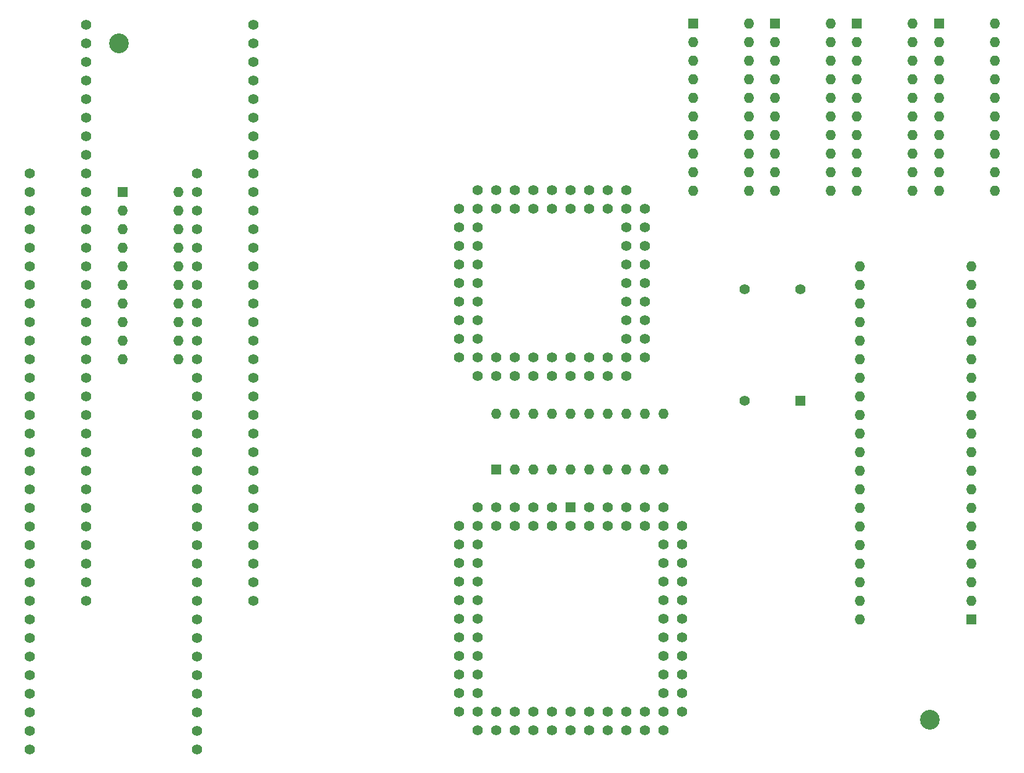
<source format=gbr>
%TF.GenerationSoftware,KiCad,Pcbnew,(5.1.12)-1*%
%TF.CreationDate,2022-10-26T16:15:57+02:00*%
%TF.ProjectId,dueottosei,6475656f-7474-46f7-9365-692e6b696361,rev?*%
%TF.SameCoordinates,Original*%
%TF.FileFunction,Soldermask,Bot*%
%TF.FilePolarity,Negative*%
%FSLAX46Y46*%
G04 Gerber Fmt 4.6, Leading zero omitted, Abs format (unit mm)*
G04 Created by KiCad (PCBNEW (5.1.12)-1) date 2022-10-26 16:15:57*
%MOMM*%
%LPD*%
G01*
G04 APERTURE LIST*
%ADD10R,1.400000X1.400000*%
%ADD11O,1.400000X1.400000*%
%ADD12C,1.422400*%
%ADD13C,2.700000*%
%ADD14C,1.400000*%
%ADD15R,1.422400X1.422400*%
G04 APERTURE END LIST*
D10*
%TO.C,U14*%
X214890000Y-121820000D03*
D11*
X199650000Y-73560000D03*
X214890000Y-119280000D03*
X199650000Y-76100000D03*
X214890000Y-116740000D03*
X199650000Y-78640000D03*
X214890000Y-114200000D03*
X199650000Y-81180000D03*
X214890000Y-111660000D03*
X199650000Y-83720000D03*
X214890000Y-109120000D03*
X199650000Y-86260000D03*
X214890000Y-106580000D03*
X199650000Y-88800000D03*
X214890000Y-104040000D03*
X199650000Y-91340000D03*
X214890000Y-101500000D03*
X199650000Y-93880000D03*
X214890000Y-98960000D03*
X199650000Y-96420000D03*
X214890000Y-96420000D03*
X199650000Y-98960000D03*
X214890000Y-93880000D03*
X199650000Y-101500000D03*
X214890000Y-91340000D03*
X199650000Y-104040000D03*
X214890000Y-88800000D03*
X199650000Y-106580000D03*
X214890000Y-86260000D03*
X199650000Y-109120000D03*
X214890000Y-83720000D03*
X199650000Y-111660000D03*
X214890000Y-81180000D03*
X199650000Y-114200000D03*
X214890000Y-78640000D03*
X199650000Y-116740000D03*
X214890000Y-76100000D03*
X199650000Y-119280000D03*
X214890000Y-73560000D03*
X199650000Y-121820000D03*
%TD*%
D12*
%TO.C,U13*%
X157550000Y-86010000D03*
X160090000Y-86010000D03*
X162630000Y-86010000D03*
X165170000Y-86010000D03*
X155010000Y-86010000D03*
X152470000Y-86010000D03*
X149930000Y-86010000D03*
X147390000Y-86010000D03*
X157550000Y-88550000D03*
X160090000Y-88550000D03*
X162630000Y-88550000D03*
X165170000Y-88550000D03*
X167710000Y-88550000D03*
X155010000Y-88550000D03*
X152470000Y-88550000D03*
X149930000Y-88550000D03*
X167710000Y-86010000D03*
X167710000Y-83470000D03*
X167710000Y-80930000D03*
X167710000Y-78390000D03*
X167710000Y-75850000D03*
X167710000Y-73310000D03*
X167710000Y-70770000D03*
X167710000Y-68230000D03*
X170250000Y-86010000D03*
X170250000Y-83470000D03*
X170250000Y-80930000D03*
X170250000Y-78390000D03*
X170250000Y-75850000D03*
X170250000Y-73310000D03*
X170250000Y-70770000D03*
X170250000Y-68230000D03*
X170250000Y-65690000D03*
X167710000Y-65690000D03*
X165170000Y-65690000D03*
X162630000Y-65690000D03*
X160090000Y-65690000D03*
X157550000Y-65690000D03*
X155010000Y-65690000D03*
X152470000Y-65690000D03*
X149930000Y-65690000D03*
X144850000Y-65690000D03*
X167710000Y-63150000D03*
X165170000Y-63150000D03*
X162630000Y-63150000D03*
X160090000Y-63150000D03*
X157550000Y-63150000D03*
X155010000Y-63150000D03*
X152470000Y-63150000D03*
X149930000Y-63150000D03*
X147390000Y-63150000D03*
X147390000Y-65690000D03*
X147390000Y-68230000D03*
X147390000Y-70770000D03*
X147390000Y-73310000D03*
X147390000Y-75850000D03*
X147390000Y-78390000D03*
X147390000Y-80930000D03*
X147390000Y-83470000D03*
X147390000Y-88550000D03*
X144850000Y-68230000D03*
X144850000Y-70770000D03*
X144850000Y-73310000D03*
X144850000Y-75850000D03*
X144850000Y-78390000D03*
X144850000Y-80930000D03*
X144850000Y-83470000D03*
X144850000Y-86010000D03*
%TD*%
D13*
%TO.C,REF1*%
X209230000Y-135540000D03*
%TD*%
%TO.C,REF2*%
X98350000Y-43050000D03*
%TD*%
D14*
%TO.C,J1*%
X109020000Y-139580000D03*
X109020000Y-137040000D03*
X109020000Y-134500000D03*
X109020000Y-131960000D03*
X109020000Y-129420000D03*
X109020000Y-126880000D03*
X109020000Y-124340000D03*
X109020000Y-121800000D03*
X109020000Y-119260000D03*
X109020000Y-116720000D03*
X109020000Y-114180000D03*
X109020000Y-111640000D03*
X109020000Y-109100000D03*
X109020000Y-106560000D03*
X109020000Y-104020000D03*
X109020000Y-101480000D03*
X109020000Y-98940000D03*
X109020000Y-96400000D03*
X109020000Y-93860000D03*
X109020000Y-91320000D03*
X109020000Y-88780000D03*
X109020000Y-86240000D03*
X109020000Y-83700000D03*
X109020000Y-81160000D03*
X109020000Y-78620000D03*
X109020000Y-76080000D03*
X109020000Y-73540000D03*
X109020000Y-71000000D03*
X109020000Y-68460000D03*
X109020000Y-65920000D03*
X109020000Y-63380000D03*
X109020000Y-60840000D03*
X86160000Y-60840000D03*
X86160000Y-63380000D03*
X86160000Y-65920000D03*
X86160000Y-68460000D03*
X86160000Y-71000000D03*
X86160000Y-73540000D03*
X86160000Y-76080000D03*
X86160000Y-78620000D03*
X86160000Y-81160000D03*
X86160000Y-83700000D03*
X86160000Y-86240000D03*
X86160000Y-88780000D03*
X86160000Y-91320000D03*
X86160000Y-93860000D03*
X86160000Y-96400000D03*
X86160000Y-98940000D03*
X86160000Y-101480000D03*
X86160000Y-104020000D03*
X86160000Y-106560000D03*
X86160000Y-109100000D03*
X86160000Y-111640000D03*
X86160000Y-114180000D03*
X86160000Y-116720000D03*
X86160000Y-119260000D03*
X86160000Y-121800000D03*
X86160000Y-124340000D03*
X86160000Y-126880000D03*
X86160000Y-129420000D03*
X86160000Y-131960000D03*
X86160000Y-134500000D03*
X86160000Y-137040000D03*
X86160000Y-139580000D03*
%TD*%
%TO.C,J2*%
X93890000Y-119250000D03*
X93890000Y-116710000D03*
X93890000Y-114170000D03*
X93890000Y-111630000D03*
X93890000Y-109090000D03*
X93890000Y-106550000D03*
X93890000Y-104010000D03*
X93890000Y-101470000D03*
X93890000Y-98930000D03*
X93890000Y-96390000D03*
X93890000Y-93850000D03*
X93890000Y-91310000D03*
X93890000Y-88770000D03*
X93890000Y-86230000D03*
X93890000Y-83690000D03*
X93890000Y-81150000D03*
X93890000Y-78610000D03*
X93890000Y-76070000D03*
X93890000Y-73530000D03*
X93890000Y-70990000D03*
X93890000Y-68450000D03*
X93890000Y-65910000D03*
X93890000Y-63370000D03*
X93890000Y-60830000D03*
X93890000Y-58290000D03*
X93890000Y-55750000D03*
X93890000Y-53210000D03*
X93890000Y-50670000D03*
X93890000Y-48130000D03*
X93890000Y-45590000D03*
X93890000Y-43050000D03*
X93890000Y-40510000D03*
X116750000Y-40510000D03*
X116750000Y-43050000D03*
X116750000Y-45590000D03*
X116750000Y-48130000D03*
X116750000Y-50670000D03*
X116750000Y-53210000D03*
X116750000Y-55750000D03*
X116750000Y-58290000D03*
X116750000Y-60830000D03*
X116750000Y-63370000D03*
X116750000Y-65910000D03*
X116750000Y-68450000D03*
X116750000Y-70990000D03*
X116750000Y-73530000D03*
X116750000Y-76070000D03*
X116750000Y-78610000D03*
X116750000Y-81150000D03*
X116750000Y-83690000D03*
X116750000Y-86230000D03*
X116750000Y-88770000D03*
X116750000Y-91310000D03*
X116750000Y-93850000D03*
X116750000Y-96390000D03*
X116750000Y-98930000D03*
X116750000Y-101470000D03*
X116750000Y-104010000D03*
X116750000Y-106550000D03*
X116750000Y-109090000D03*
X116750000Y-111630000D03*
X116750000Y-114170000D03*
X116750000Y-116710000D03*
X116750000Y-119250000D03*
%TD*%
D10*
%TO.C,Q1*%
X191540000Y-91930000D03*
D14*
X183920000Y-91930000D03*
X183920000Y-76690000D03*
X191540000Y-76690000D03*
%TD*%
D11*
%TO.C,U22*%
X149930000Y-93680000D03*
X172790000Y-101300000D03*
X152470000Y-93680000D03*
X170250000Y-101300000D03*
X155010000Y-93680000D03*
X167710000Y-101300000D03*
X157550000Y-93680000D03*
X165170000Y-101300000D03*
X160090000Y-93680000D03*
X162630000Y-101300000D03*
X162630000Y-93680000D03*
X160090000Y-101300000D03*
X165170000Y-93680000D03*
X157550000Y-101300000D03*
X167710000Y-93680000D03*
X155010000Y-101300000D03*
X170250000Y-93680000D03*
X152470000Y-101300000D03*
X172790000Y-93680000D03*
D10*
X149930000Y-101300000D03*
%TD*%
%TO.C,U31*%
X210450000Y-40360000D03*
D11*
X218070000Y-63220000D03*
X210450000Y-42900000D03*
X218070000Y-60680000D03*
X210450000Y-45440000D03*
X218070000Y-58140000D03*
X210450000Y-47980000D03*
X218070000Y-55600000D03*
X210450000Y-50520000D03*
X218070000Y-53060000D03*
X210450000Y-53060000D03*
X218070000Y-50520000D03*
X210450000Y-55600000D03*
X218070000Y-47980000D03*
X210450000Y-58140000D03*
X218070000Y-45440000D03*
X210450000Y-60680000D03*
X218070000Y-42900000D03*
X210450000Y-63220000D03*
X218070000Y-40360000D03*
%TD*%
%TO.C,U32*%
X206850000Y-40360000D03*
X199230000Y-63220000D03*
X206850000Y-42900000D03*
X199230000Y-60680000D03*
X206850000Y-45440000D03*
X199230000Y-58140000D03*
X206850000Y-47980000D03*
X199230000Y-55600000D03*
X206850000Y-50520000D03*
X199230000Y-53060000D03*
X206850000Y-53060000D03*
X199230000Y-50520000D03*
X206850000Y-55600000D03*
X199230000Y-47980000D03*
X206850000Y-58140000D03*
X199230000Y-45440000D03*
X206850000Y-60680000D03*
X199230000Y-42900000D03*
X206850000Y-63220000D03*
D10*
X199230000Y-40360000D03*
%TD*%
%TO.C,U33*%
X188060000Y-40360000D03*
D11*
X195680000Y-63220000D03*
X188060000Y-42900000D03*
X195680000Y-60680000D03*
X188060000Y-45440000D03*
X195680000Y-58140000D03*
X188060000Y-47980000D03*
X195680000Y-55600000D03*
X188060000Y-50520000D03*
X195680000Y-53060000D03*
X188060000Y-53060000D03*
X195680000Y-50520000D03*
X188060000Y-55600000D03*
X195680000Y-47980000D03*
X188060000Y-58140000D03*
X195680000Y-45440000D03*
X188060000Y-60680000D03*
X195680000Y-42900000D03*
X188060000Y-63220000D03*
X195680000Y-40360000D03*
%TD*%
%TO.C,U34*%
X184450000Y-40360000D03*
X176830000Y-63220000D03*
X184450000Y-42900000D03*
X176830000Y-60680000D03*
X184450000Y-45440000D03*
X176830000Y-58140000D03*
X184450000Y-47980000D03*
X176830000Y-55600000D03*
X184450000Y-50520000D03*
X176830000Y-53060000D03*
X184450000Y-53060000D03*
X176830000Y-50520000D03*
X184450000Y-55600000D03*
X176830000Y-47980000D03*
X184450000Y-58140000D03*
X176830000Y-45440000D03*
X184450000Y-60680000D03*
X176830000Y-42900000D03*
X184450000Y-63220000D03*
D10*
X176830000Y-40360000D03*
%TD*%
D12*
%TO.C,U41*%
X160080000Y-108990000D03*
X157540000Y-108990000D03*
X155000000Y-108990000D03*
X152460000Y-108990000D03*
X149920000Y-108990000D03*
X162620000Y-108990000D03*
X165160000Y-108990000D03*
X167700000Y-108990000D03*
X170240000Y-108990000D03*
X172780000Y-108990000D03*
X175320000Y-108990000D03*
D15*
X160080000Y-106450000D03*
D12*
X157540000Y-106450000D03*
X155000000Y-106450000D03*
X152460000Y-106450000D03*
X149920000Y-106450000D03*
X147380000Y-106450000D03*
X162620000Y-106450000D03*
X165160000Y-106450000D03*
X167700000Y-106450000D03*
X170240000Y-106450000D03*
X172780000Y-106450000D03*
X147380000Y-108990000D03*
X147380000Y-111530000D03*
X147380000Y-114070000D03*
X147380000Y-116610000D03*
X147380000Y-119150000D03*
X147380000Y-121690000D03*
X147380000Y-124230000D03*
X147380000Y-126770000D03*
X147380000Y-129310000D03*
X147380000Y-131850000D03*
X144840000Y-108990000D03*
X144840000Y-111530000D03*
X144840000Y-114070000D03*
X144840000Y-116610000D03*
X144840000Y-119150000D03*
X144840000Y-121690000D03*
X144840000Y-124230000D03*
X144840000Y-126770000D03*
X144840000Y-129310000D03*
X144840000Y-131850000D03*
X144840000Y-134390000D03*
X147380000Y-134390000D03*
X149920000Y-134390000D03*
X152460000Y-134390000D03*
X155000000Y-134390000D03*
X157540000Y-134390000D03*
X160080000Y-134390000D03*
X162620000Y-134390000D03*
X165160000Y-134390000D03*
X167700000Y-134390000D03*
X170240000Y-134390000D03*
X147380000Y-136930000D03*
X149920000Y-136930000D03*
X152460000Y-136930000D03*
X155000000Y-136930000D03*
X157540000Y-136930000D03*
X160080000Y-136930000D03*
X162620000Y-136930000D03*
X165160000Y-136930000D03*
X167700000Y-136930000D03*
X170240000Y-136930000D03*
X172780000Y-136930000D03*
X172780000Y-134390000D03*
X172780000Y-131850000D03*
X172780000Y-129310000D03*
X172780000Y-126770000D03*
X172780000Y-124230000D03*
X172780000Y-121690000D03*
X172780000Y-119150000D03*
X172780000Y-116610000D03*
X172780000Y-114070000D03*
X172780000Y-111530000D03*
X175320000Y-134390000D03*
X175320000Y-131850000D03*
X175320000Y-129310000D03*
X175320000Y-126770000D03*
X175320000Y-124230000D03*
X175320000Y-121690000D03*
X175320000Y-119150000D03*
X175320000Y-116610000D03*
X175320000Y-114070000D03*
X175320000Y-111530000D03*
%TD*%
D10*
%TO.C,U44*%
X98870000Y-63380000D03*
D11*
X106490000Y-86240000D03*
X98870000Y-65920000D03*
X106490000Y-83700000D03*
X98870000Y-68460000D03*
X106490000Y-81160000D03*
X98870000Y-71000000D03*
X106490000Y-78620000D03*
X98870000Y-73540000D03*
X106490000Y-76080000D03*
X98870000Y-76080000D03*
X106490000Y-73540000D03*
X98870000Y-78620000D03*
X106490000Y-71000000D03*
X98870000Y-81160000D03*
X106490000Y-68460000D03*
X98870000Y-83700000D03*
X106490000Y-65920000D03*
X98870000Y-86240000D03*
X106490000Y-63380000D03*
%TD*%
M02*

</source>
